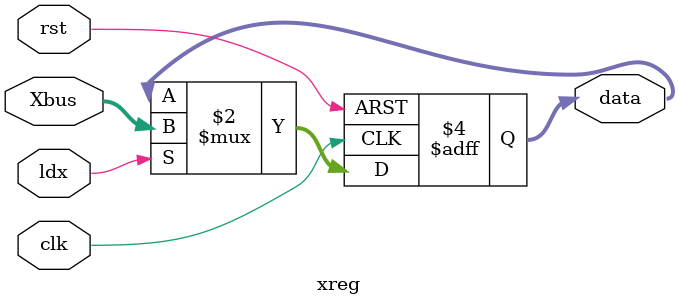
<source format=sv>
module xreg(input clk,rst,ldx,input [15:0]Xbus,output logic [15:0]data);
always@(posedge clk,posedge rst) begin
if (rst) data <=16'b0;
else if(ldx)  data <=Xbus;
end
endmodule

</source>
